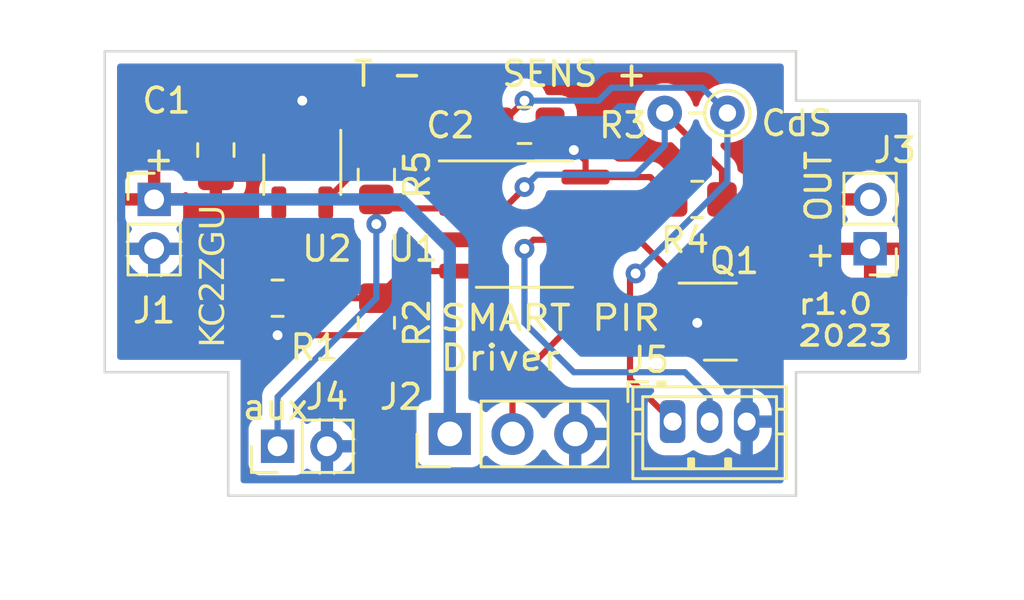
<source format=kicad_pcb>
(kicad_pcb (version 20221018) (generator pcbnew)
  (layers (0 "F.Cu" signal) (31 "B.Cu" signal) (34 "B.Paste" user) (35 "F.Paste" user) (36 "B.SilkS" user "B.Silkscreen") (37 "F.SilkS" user "F.Silkscreen") (38 "B.Mask" user) (39 "F.Mask" user) (44 "Edge.Cuts" user))
  (net 0 "")
  (net 1 "+BATT")
  (net 2 "GND")
  (net 3 "+3.3V")
  (net 4 "UPDI")
  (net 5 "PIR")
  (net 6 "Net-(J3-Pin_2)")
  (net 7 "DEBUG")
  (net 8 "Net-(Q1-G)")
  (net 9 "Net-(U1-PA1)")
  (net 10 "Net-(U1-PA7)")
  (footprint "Package_SO:SOIC-8_3.9x4.9mm_P1.27mm" (layer "F.Cu") (at 117 107)
    (fp_text reference "U1" (at -4.5 1) (layer "F.SilkS"))
    (fp_text value "ATtiny412-SS")
    (fp_line (start 0 -2.56) (end -3.45 -2.56) (stroke (width 0.12)) (layer "F.SilkS"))
    (fp_line (start 0 -2.56) (end 1.95 -2.56) (stroke (width 0.12)) (layer "F.SilkS"))
    (fp_line (start 0 2.56) (end -1.95 2.56) (stroke (width 0.12)) (layer "F.SilkS"))
    (fp_line (start 0 2.56) (end 1.95 2.56) (stroke (width 0.12)) (layer "F.SilkS"))
    (pad "1" smd roundrect (at -2.475 -1.905) (size 1.95 0.6) (layers "F.Cu" "F.Paste" "F.Mask") (net 3 "+3.3V"))
    (pad "2" smd roundrect (at -2.475 -0.635) (size 1.95 0.6) (layers "F.Cu" "F.Paste" "F.Mask") (net 7 "DEBUG"))
    (pad "3" smd roundrect (at -2.475 0.635) (size 1.95 0.6) (layers "F.Cu" "F.Paste" "F.Mask") (net 10 "Net-(U1-PA7)"))
    (pad "4" smd roundrect (at -2.475 1.905) (size 1.95 0.6) (layers "F.Cu" "F.Paste" "F.Mask") (net 9 "Net-(U1-PA1)"))
    (pad "5" smd roundrect (at 2.475 1.905) (size 1.95 0.6) (layers "F.Cu" "F.Paste" "F.Mask") (net 5 "PIR"))
    (pad "6" smd roundrect (at 2.475 0.635) (size 1.95 0.6) (layers "F.Cu" "F.Paste" "F.Mask") (net 4 "UPDI"))
    (pad "7" smd roundrect (at 2.475 -0.635) (size 1.95 0.6) (layers "F.Cu" "F.Paste" "F.Mask") (net 8 "Net-(Q1-G)"))
    (pad "8" smd roundrect (at 2.475 -1.905) (size 1.95 0.6) (layers "F.Cu" "F.Paste" "F.Mask") (net 2 "GND"))
  )
  (footprint "Connector_PinHeader_2.00mm:PinHeader_1x02_P2.00mm_Vertical" (layer "F.Cu") (at 102 106)
    (fp_text reference "J1" (at 0 4.5) (layer "F.SilkS"))
    (fp_text value "Conn_01x02_Pin")
    (fp_line (start -1.06 -1.06) (end 0 -1.06) (stroke (width 0.12)) (layer "F.SilkS"))
    (fp_line (start -1.06 0) (end -1.06 -1.06) (stroke (width 0.12)) (layer "F.SilkS"))
    (fp_line (start -1.06 1) (end -1.06 3.06) (stroke (width 0.12)) (layer "F.SilkS"))
    (fp_line (start -1.06 1) (end 1.06 1) (stroke (width 0.12)) (layer "F.SilkS"))
    (fp_line (start -1.06 3.06) (end 1.06 3.06) (stroke (width 0.12)) (layer "F.SilkS"))
    (fp_line (start 1.06 1) (end 1.06 3.06) (stroke (width 0.12)) (layer "F.SilkS"))
    (pad "1" thru_hole rect (at 0 0) (size 1.35 1.35) (drill 0.8) (layers "*.Cu" "*.Mask") (net 1 "+BATT"))
    (pad "2" thru_hole oval (at 0 2) (size 1.35 1.35) (drill 0.8) (layers "*.Cu" "*.Mask") (net 2 "GND"))
  )
  (footprint "Package_TO_SOT_SMD:TSOT-23-5" (layer "F.Cu") (at 108 105 -90)
    (fp_text reference "U2" (at 3 -1 -180) (layer "F.SilkS"))
    (fp_text value "ADP7142AUJZ-3.3")
    (fp_line (start 0 -1.56) (end -1.8 -1.56) (stroke (width 0.12)) (layer "F.SilkS"))
    (fp_line (start 0 -1.56) (end 0.8 -1.56) (stroke (width 0.12)) (layer "F.SilkS"))
    (fp_line (start 0 1.56) (end -0.8 1.56) (stroke (width 0.12)) (layer "F.SilkS"))
    (fp_line (start 0 1.56) (end 0.8 1.56) (stroke (width 0.12)) (layer "F.SilkS"))
    (pad "1" smd roundrect (at -1.1375 -0.95 270) (size 1.325 0.6) (layers "F.Cu" "F.Paste" "F.Mask") (net 1 "+BATT"))
    (pad "2" smd roundrect (at -1.1375 0 270) (size 1.325 0.6) (layers "F.Cu" "F.Paste" "F.Mask") (net 2 "GND"))
    (pad "3" smd roundrect (at -1.1375 0.95 270) (size 1.325 0.6) (layers "F.Cu" "F.Paste" "F.Mask") (net 1 "+BATT"))
    (pad "4" smd roundrect (at 1.1375 0.95 270) (size 1.325 0.6) (layers "F.Cu" "F.Paste" "F.Mask"))
    (pad "5" smd roundrect (at 1.1375 -0.95 270) (size 1.325 0.6) (layers "F.Cu" "F.Paste" "F.Mask") (net 3 "+3.3V"))
  )
  (footprint "Resistor_SMD:R_0805_2012Metric_Pad1.20x1.40mm_HandSolder" (layer "F.Cu") (at 111 111 -90)
    (fp_text reference "R2" (at 0 -1.65 90) (layer "F.SilkS"))
    (fp_text value "R_US")
    (fp_line (start -0.227064 -0.735) (end 0.227064 -0.735) (stroke (width 0.12)) (layer "F.SilkS"))
    (fp_line (start -0.227064 0.735) (end 0.227064 0.735) (stroke (width 0.12)) (layer "F.SilkS"))
    (pad "1" smd roundrect (at -1 0 270) (size 1.2 1.4) (layers "F.Cu" "F.Paste" "F.Mask") (roundrect_rratio 0.2083333333) (net 9 "Net-(U1-PA1)"))
    (pad "2" smd roundrect (at 1 0 270) (size 1.2 1.4) (layers "F.Cu" "F.Paste" "F.Mask") (roundrect_rratio 0.2083333333) (net 2 "GND"))
  )
  (footprint "footprints:JST_ZH_B3B-ZR_1x03_P1.50mm_Vertical" (layer "F.Cu") (at 123 115)
    (fp_text reference "J5" (at -1 -2.5) (layer "F.SilkS"))
    (fp_text value "Conn_01x03_Pin")
    (fp_line (start -1.81 -1.61) (end -1.81 -0.81) (stroke (width 0.12)) (layer "F.SilkS"))
    (fp_line (start -1.61 -1.41) (end -1.61 2.31) (stroke (width 0.12)) (layer "F.SilkS"))
    (fp_line (start -1.61 -0.5) (end -1.21 -0.5) (stroke (width 0.12)) (layer "F.SilkS"))
    (fp_line (start -1.61 0.5) (end -1.21 0.5) (stroke (width 0.12)) (layer "F.SilkS"))
    (fp_line (start -1.61 2.31) (end 4.61 2.31) (stroke (width 0.12)) (layer "F.SilkS"))
    (fp_line (start -1.21 -1.01) (end -1.21 1.91) (stroke (width 0.12)) (layer "F.SilkS"))
    (fp_line (start -1.21 1.91) (end 4.21 1.91) (stroke (width 0.12)) (layer "F.SilkS"))
    (fp_line (start -1.01 -1.61) (end -1.81 -1.61) (stroke (width 0.12)) (layer "F.SilkS"))
    (fp_line (start -0.6 -1.61) (end -0.6 -1.41) (stroke (width 0.12)) (layer "F.SilkS"))
    (fp_line (start -0.3 -1.61) (end -0.6 -1.61) (stroke (width 0.12)) (layer "F.SilkS"))
    (fp_line (start -0.3 -1.51) (end -0.6 -1.51) (stroke (width 0.12)) (layer "F.SilkS"))
    (fp_line (start -0.3 -1.41) (end -0.3 -1.61) (stroke (width 0.12)) (layer "F.SilkS"))
    (fp_line (start 0.65 1.51) (end 0.85 1.51) (stroke (width 0.12)) (layer "F.SilkS"))
    (fp_line (start 0.65 1.91) (end 0.65 1.51) (stroke (width 0.12)) (layer "F.SilkS"))
    (fp_line (start 0.75 1.91) (end 0.75 1.51) (stroke (width 0.12)) (layer "F.SilkS"))
    (fp_line (start 0.85 1.51) (end 0.85 1.91) (stroke (width 0.12)) (layer "F.SilkS"))
    (fp_line (start 2.15 1.51) (end 2.35 1.51) (stroke (width 0.12)) (layer "F.SilkS"))
    (fp_line (start 2.15 1.91) (end 2.15 1.51) (stroke (width 0.12)) (layer "F.SilkS"))
    (fp_line (start 2.25 1.91) (end 2.25 1.51) (stroke (width 0.12)) (layer "F.SilkS"))
    (fp_line (start 2.35 1.51) (end 2.35 1.91) (stroke (width 0.12)) (layer "F.SilkS"))
    (fp_line (start 4.21 -1.01) (end -1.21 -1.01) (stroke (width 0.12)) (layer "F.SilkS"))
    (fp_line (start 4.21 1.91) (end 4.21 -1.01) (stroke (width 0.12)) (layer "F.SilkS"))
    (fp_line (start 4.61 -1.41) (end -1.61 -1.41) (stroke (width 0.12)) (layer "F.SilkS"))
    (fp_line (start 4.61 -0.5) (end 4.21 -0.5) (stroke (width 0.12)) (layer "F.SilkS"))
    (fp_line (start 4.61 0.5) (end 4.21 0.5) (stroke (width 0.12)) (layer "F.SilkS"))
    (fp_line (start 4.61 2.31) (end 4.61 -1.41) (stroke (width 0.12)) (layer "F.SilkS"))
    (pad "1" thru_hole roundrect (at 0 0) (size 1.03 1.73) (drill 0.73) (layers "*.Cu" "*.Mask") (roundrect_rratio 0.2427184466) (net 3 "+3.3V"))
    (pad "2" thru_hole oval (at 1.5 0) (size 1.03 1.73) (drill 0.73) (layers "*.Cu" "*.Mask") (net 4 "UPDI"))
    (pad "3" thru_hole oval (at 3 0) (size 1.03 1.73) (drill 0.73) (layers "*.Cu" "*.Mask") (net 2 "GND"))
  )
  (footprint "Resistor_SMD:R_0805_2012Metric_Pad1.20x1.40mm_HandSolder" (layer "F.Cu") (at 107 110)
    (fp_text reference "R1" (at 1.5 2) (layer "F.SilkS"))
    (fp_text value "R_US")
    (fp_line (start -0.227064 -0.735) (end 0.227064 -0.735) (stroke (width 0.12)) (layer "F.SilkS"))
    (fp_line (start -0.227064 0.735) (end 0.227064 0.735) (stroke (width 0.12)) (layer "F.SilkS"))
    (pad "1" smd roundrect (at -1 0) (size 1.2 1.4) (layers "F.Cu" "F.Paste" "F.Mask") (roundrect_rratio 0.2083333333) (net 1 "+BATT"))
    (pad "2" smd roundrect (at 1 0) (size 1.2 1.4) (layers "F.Cu" "F.Paste" "F.Mask") (roundrect_rratio 0.2083333333) (net 9 "Net-(U1-PA1)"))
  )
  (footprint "Package_TO_SOT_SMD:SOT-23" (layer "F.Cu") (at 124.9375 110.95)
    (fp_text reference "Q1" (at 0.5625 -2.45) (layer "F.SilkS"))
    (fp_text value "AO3400A")
    (fp_line (start 0 -1.56) (end -1.675 -1.56) (stroke (width 0.12)) (layer "F.SilkS"))
    (fp_line (start 0 -1.56) (end 0.65 -1.56) (stroke (width 0.12)) (layer "F.SilkS"))
    (fp_line (start 0 1.56) (end -0.65 1.56) (stroke (width 0.12)) (layer "F.SilkS"))
    (fp_line (start 0 1.56) (end 0.65 1.56) (stroke (width 0.12)) (layer "F.SilkS"))
    (pad "1" smd roundrect (at -0.9375 -0.95) (size 1.475 0.6) (layers "F.Cu" "F.Paste" "F.Mask") (net 8 "Net-(Q1-G)"))
    (pad "2" smd roundrect (at -0.9375 0.95) (size 1.475 0.6) (layers "F.Cu" "F.Paste" "F.Mask") (net 2 "GND"))
    (pad "3" smd roundrect (at 0.9375 0) (size 1.475 0.6) (layers "F.Cu" "F.Paste" "F.Mask") (net 6 "Net-(J3-Pin_2)"))
  )
  (footprint "Connector_PinHeader_2.00mm:PinHeader_1x02_P2.00mm_Vertical" (layer "F.Cu") (at 107 116 90)
    (fp_text reference "J4" (at 2 2 180) (layer "F.SilkS"))
    (fp_text value "Conn_01x02_Pin")
    (fp_line (start -1.06 -1.06) (end 0 -1.06) (stroke (width 0.12)) (layer "F.SilkS"))
    (fp_line (start -1.06 0) (end -1.06 -1.06) (stroke (width 0.12)) (layer "F.SilkS"))
    (fp_line (start -1.06 1) (end -1.06 3.06) (stroke (width 0.12)) (layer "F.SilkS"))
    (fp_line (start -1.06 1) (end 1.06 1) (stroke (width 0.12)) (layer "F.SilkS"))
    (fp_line (start -1.06 3.06) (end 1.06 3.06) (stroke (width 0.12)) (layer "F.SilkS"))
    (fp_line (start 1.06 1) (end 1.06 3.06) (stroke (width 0.12)) (layer "F.SilkS"))
    (pad "1" thru_hole rect (at 0 0 90) (size 1.35 1.35) (drill 0.8) (layers "*.Cu" "*.Mask") (net 7 "DEBUG"))
    (pad "2" thru_hole oval (at 0 2 90) (size 1.35 1.35) (drill 0.8) (layers "*.Cu" "*.Mask") (net 2 "GND"))
  )
  (footprint "Connector_PinHeader_2.00mm:PinHeader_1x02_P2.00mm_Vertical" (layer "F.Cu") (at 131 108 180)
    (fp_text reference "J3" (at -1 4) (layer "F.SilkS"))
    (fp_text value "Conn_01x02_Pin")
    (fp_line (start -1.06 -1.06) (end 0 -1.06) (stroke (width 0.12)) (layer "F.SilkS"))
    (fp_line (start -1.06 0) (end -1.06 -1.06) (stroke (width 0.12)) (layer "F.SilkS"))
    (fp_line (start -1.06 1) (end -1.06 3.06) (stroke (width 0.12)) (layer "F.SilkS"))
    (fp_line (start -1.06 1) (end 1.06 1) (stroke (width 0.12)) (layer "F.SilkS"))
    (fp_line (start -1.06 3.06) (end 1.06 3.06) (stroke (width 0.12)) (layer "F.SilkS"))
    (fp_line (start 1.06 1) (end 1.06 3.06) (stroke (width 0.12)) (layer "F.SilkS"))
    (pad "1" thru_hole rect (at 0 0 180) (size 1.35 1.35) (drill 0.8) (layers "*.Cu" "*.Mask") (net 1 "+BATT"))
    (pad "2" thru_hole oval (at 0 2 180) (size 1.35 1.35) (drill 0.8) (layers "*.Cu" "*.Mask") (net 6 "Net-(J3-Pin_2)"))
  )
  (footprint "Resistor_SMD:R_0805_2012Metric_Pad1.20x1.40mm_HandSolder" (layer "F.Cu") (at 111 105 -90)
    (fp_text reference "R5" (at 0 -1.65 90) (layer "F.SilkS"))
    (fp_text value "R_US")
    (fp_line (start -0.227064 -0.735) (end 0.227064 -0.735) (stroke (width 0.12)) (layer "F.SilkS"))
    (fp_line (start -0.227064 0.735) (end 0.227064 0.735) (stroke (width 0.12)) (layer "F.SilkS"))
    (pad "1" smd roundrect (at -1 0 270) (size 1.2 1.4) (layers "F.Cu" "F.Paste" "F.Mask") (roundrect_rratio 0.2083333333) (net 3 "+3.3V"))
    (pad "2" smd roundrect (at 1 0 270) (size 1.2 1.4) (layers "F.Cu" "F.Paste" "F.Mask") (roundrect_rratio 0.2083333333) (net 7 "DEBUG"))
  )
  (footprint "Capacitor_SMD:C_0805_2012Metric_Pad1.18x1.45mm_HandSolder" (layer "F.Cu") (at 104.5 104 90)
    (fp_text reference "C1" (at 2 -2 180) (layer "F.SilkS"))
    (fp_text value "C")
    (fp_line (start -0.261252 -0.735) (end 0.261252 -0.735) (stroke (width 0.12)) (layer "F.SilkS"))
    (fp_line (start -0.261252 0.735) (end 0.261252 0.735) (stroke (width 0.12)) (layer "F.SilkS"))
    (pad "1" smd roundrect (at -1.0375 0 90) (size 1.175 1.45) (layers "F.Cu" "F.Paste" "F.Mask") (roundrect_rratio 0.2127659574) (net 1 "+BATT"))
    (pad "2" smd roundrect (at 1.0375 0 90) (size 1.175 1.45) (layers "F.Cu" "F.Paste" "F.Mask") (roundrect_rratio 0.2127659574) (net 2 "GND"))
  )
  (footprint "Resistor_THT:R_Axial_DIN0204_L3.6mm_D1.6mm_P2.54mm_Vertical" (layer "F.Cu") (at 125.22 102.5 180)
    (fp_text reference "R3" (at 4.22 -0.5) (layer "F.SilkS"))
    (fp_text value "R_Photo")
    (fp_line (start 0.92 0) (end 1.54 0) (stroke (width 0.12)) (layer "F.SilkS"))
    (fp_circle (center 0 0) (end 0.92 0) (stroke (width 0.12)) (fill none) (layer "F.SilkS"))
    (pad "1" thru_hole circle (at 0 0 180) (size 1.4 1.4) (drill 0.7) (layers "*.Cu" "*.Mask") (net 3 "+3.3V"))
    (pad "2" thru_hole oval (at 2.54 0 180) (size 1.4 1.4) (drill 0.7) (layers "*.Cu" "*.Mask") (net 10 "Net-(U1-PA7)"))
  )
  (footprint "Resistor_SMD:R_0805_2012Metric_Pad1.20x1.40mm_HandSolder" (layer "F.Cu") (at 124 106 180)
    (fp_text reference "R4" (at 0.5 -1.65) (layer "F.SilkS"))
    (fp_text value "R_US")
    (fp_line (start -0.227064 -0.735) (end 0.227064 -0.735) (stroke (width 0.12)) (layer "F.SilkS"))
    (fp_line (start -0.227064 0.735) (end 0.227064 0.735) (stroke (width 0.12)) (layer "F.SilkS"))
    (pad "1" smd roundrect (at -1 0 180) (size 1.2 1.4) (layers "F.Cu" "F.Paste" "F.Mask") (roundrect_rratio 0.2083333333) (net 10 "Net-(U1-PA7)"))
    (pad "2" smd roundrect (at 1 0 180) (size 1.2 1.4) (layers "F.Cu" "F.Paste" "F.Mask") (roundrect_rratio 0.2083333333) (net 2 "GND"))
  )
  (footprint "Capacitor_SMD:C_0805_2012Metric_Pad1.18x1.45mm_HandSolder" (layer "F.Cu") (at 117 103)
    (fp_text reference "C2" (at -3 0) (layer "F.SilkS"))
    (fp_text value "C")
    (fp_line (start -0.261252 -0.735) (end 0.261252 -0.735) (stroke (width 0.12)) (layer "F.SilkS"))
    (fp_line (start -0.261252 0.735) (end 0.261252 0.735) (stroke (width 0.12)) (layer "F.SilkS"))
    (pad "1" smd roundrect (at -1.0375 0) (size 1.175 1.45) (layers "F.Cu" "F.Paste" "F.Mask") (roundrect_rratio 0.2127659574) (net 3 "+3.3V"))
    (pad "2" smd roundrect (at 1.0375 0) (size 1.175 1.45) (layers "F.Cu" "F.Paste" "F.Mask") (roundrect_rratio 0.2127659574) (net 2 "GND"))
  )
  (footprint "Connector_PinHeader_2.54mm:PinHeader_1x03_P2.54mm_Vertical" (layer "F.Cu") (at 113.975 115.5 90)
    (fp_text reference "J2" (at 1.5 -1.975 180) (layer "F.SilkS"))
    (fp_text value "Conn_01x03_Pin")
    (fp_line (start -1.33 -1.33) (end 0 -1.33) (stroke (width 0.12)) (layer "F.SilkS"))
    (fp_line (start -1.33 0) (end -1.33 -1.33) (stroke (width 0.12)) (layer "F.SilkS"))
    (fp_line (start -1.33 1.27) (end -1.33 6.41) (stroke (width 0.12)) (layer "F.SilkS"))
    (fp_line (start -1.33 1.27) (end 1.33 1.27) (stroke (width 0.12)) (layer "F.SilkS"))
    (fp_line (start -1.33 6.41) (end 1.33 6.41) (stroke (width 0.12)) (layer "F.SilkS"))
    (fp_line (start 1.33 1.27) (end 1.33 6.41) (stroke (width 0.12)) (layer "F.SilkS"))
    (pad "1" thru_hole rect (at 0 0 90) (size 1.7 1.7) (drill 1) (layers "*.Cu" "*.Mask") (net 1 "+BATT"))
    (pad "2" thru_hole oval (at 0 2.54 90) (size 1.7 1.7) (drill 1) (layers "*.Cu" "*.Mask") (net 5 "PIR"))
    (pad "3" thru_hole oval (at 0 5.08 90) (size 1.7 1.7) (drill 1) (layers "*.Cu" "*.Mask") (net 2 "GND"))
  )
  (gr_line (start 128 113) (end 128 118) (stroke (width 0.1)) (layer "Edge.Cuts"))
  (gr_line (start 100 113) (end 100 100) (stroke (width 0.1)) (layer "Edge.Cuts"))
  (gr_line (start 133 102) (end 133 113) (stroke (width 0.1)) (layer "Edge.Cuts"))
  (gr_line (start 128 102) (end 128 100) (stroke (width 0.1)) (layer "Edge.Cuts"))
  (gr_line (start 128 118) (end 105 118) (stroke (width 0.1)) (layer "Edge.Cuts"))
  (gr_line (start 133 102) (end 128 102) (stroke (width 0.1)) (layer "Edge.Cuts"))
  (gr_line (start 100 100) (end 128 100) (stroke (width 0.1)) (layer "Edge.Cuts"))
  (gr_line (start 105 118) (end 105 113) (stroke (width 0.1)) (layer "Edge.Cuts"))
  (gr_line (start 105 113) (end 100 113) (stroke (width 0.1)) (layer "Edge.Cuts"))
  (gr_line (start 133 113) (end 128 113) (stroke (width 0.1)) (layer "Edge.Cuts"))
  (gr_text "SMART PIR\nDriver" (at 113.5 113) (layer "F.SilkS") (effects (font (size 1 1.12)) (justify left bottom)))
  (gr_text "aux" (at 105.5 115) (layer "F.SilkS") (effects (font (size 1 1)) (justify left bottom)))
  (gr_text "r1.0\n2023" (at 128 112) (layer "F.SilkS") (effects (font (size 0.8 1)) (justify left bottom)))
  (gr_text "KC2ZGU" (at 105 112 90) (layer "F.SilkS") (effects (font (size 1 1)) (justify left bottom)))
  (gr_text "+" (at 101.47 104.94) (layer "F.SilkS") (effects (font (size 1 1)) (justify left bottom)))
  (gr_text "T -" (at 110 101.5) (layer "F.SilkS") (effects (font (size 1 1)) (justify left bottom)))
  (gr_text "SENS +" (at 116 101.5) (layer "F.SilkS") (effects (font (size 1 1)) (justify left bottom)))
  (gr_text "CdS" (at 126.5 103.5) (layer "F.SilkS") (effects (font (size 1 1)) (justify left bottom)))
  (gr_text "+ OUT" (at 129.5 109 90) (layer "F.SilkS") (effects (font (size 1 1)) (justify left bottom)))
  (segment (start 108.95 103.8625) (end 108.95 104.246751) (width 0.25) (layer "F.Cu") (net 1))
  (segment (start 106 108) (end 106 110) (width 0.25) (layer "F.Cu") (net 1))
  (segment (start 106 108) (end 106 107) (width 0.25) (layer "F.Cu") (net 1))
  (segment (start 107.05 104.246751) (end 107.05 103.8625) (width 0.25) (layer "F.Cu") (net 1))
  (segment (start 113.975 107.975) (end 114 108) (width 0.25) (layer "B.Cu") (net 1))
  (segment (start 102 106) (end 112 106) (width 0.5) (layer "B.Cu") (net 1))
  (segment (start 113.975 107.975) (end 113.975 115.5) (width 0.5) (layer "B.Cu") (net 1))
  (segment (start 112 106) (end 113.975 107.975) (width 0.5) (layer "B.Cu") (net 1))
  (segment (start 122.095 105.095) (end 123 106) (width 0.25) (layer "F.Cu") (net 2))
  (segment (start 110.5 111.5) (end 107 111.5) (width 0.25) (layer "F.Cu") (net 2))
  (segment (start 118.0375 103) (end 119 103.9625) (width 0.25) (layer "F.Cu") (net 2))
  (segment (start 119 103.9625) (end 119 104) (width 0.25) (layer "F.Cu") (net 2))
  (segment (start 105 102.9625) (end 105.0375 102.9625) (width 0.25) (layer "F.Cu") (net 2))
  (segment (start 105.0375 102.9625) (end 106 102) (width 0.25) (layer "F.Cu") (net 2))
  (segment (start 124 111) (end 124 111.9) (width 0.5) (layer "F.Cu") (net 2))
  (segment (start 111 112) (end 110.5 111.5) (width 0.25) (layer "F.Cu") (net 2))
  (segment (start 119.475 104.4375) (end 119.475 105.095) (width 0.25) (layer "F.Cu") (net 2))
  (segment (start 119.475 105.095) (end 119.595 104.975) (width 0.25) (layer "F.Cu") (net 2))
  (segment (start 108 103.8625) (end 108 102) (width 0.25) (layer "F.Cu") (net 2))
  (segment (start 106 102) (end 108 102) (width 0.25) (layer "F.Cu") (net 2))
  (segment (start 119.475 105.095) (end 122.095 105.095) (width 0.25) (layer "F.Cu") (net 2))
  (segment (start 119.0375 104) (end 119.475 104.4375) (width 0.25) (layer "F.Cu") (net 2))
  (segment (start 119 104) (end 119.0375 104) (width 0.25) (layer "F.Cu") (net 2))
  (via (at 124 111) (size 0.8) (drill 0.4) (layers "F.Cu" "B.Cu") (net 2))
  (via (at 108 102) (size 0.8) (drill 0.4) (layers "F.Cu" "B.Cu") (net 2))
  (via (at 119 104) (size 0.8) (drill 0.4) (layers "F.Cu" "B.Cu") (net 2))
  (via (at 107 111.5) (size 0.8) (drill 0.4) (layers "F.Cu" "B.Cu") (net 2))
  (segment (start 111 104) (end 113.43 104) (width 0.25) (layer "F.Cu") (net 3))
  (segment (start 114.525 104.4375) (end 115.9625 103) (width 0.25) (layer "F.Cu") (net 3))
  (segment (start 121.275 109.225) (end 121.275 113.275) (width 0.25) (layer "F.Cu") (net 3))
  (segment (start 114.525 105.095) (end 114.525 104.4375) (width 0.25) (layer "F.Cu") (net 3))
  (segment (start 108.95 106.1375) (end 108.95 106.05) (width 0.25) (layer "F.Cu") (net 3))
  (segment (start 115.9625 103) (end 116 103) (width 0.25) (layer "F.Cu") (net 3))
  (segment (start 121.5 109) (end 121.275 109.225) (width 0.25) (layer "F.Cu") (net 3))
  (segment (start 116 103) (end 117 102) (width 0.25) (layer "F.Cu") (net 3))
  (segment (start 108.95 106.05) (end 111 104) (width 0.25) (layer "F.Cu") (net 3))
  (segment (start 121.275 113.275) (end 123 115) (width 0.25) (layer "F.Cu") (net 3))
  (segment (start 113.43 104) (end 114.525 105.095) (width 0.25) (layer "F.Cu") (net 3))
  (via (at 121.5 109) (size 0.8) (drill 0.4) (layers "F.Cu" "B.Cu") (net 3))
  (via (at 117 102) (size 0.8) (drill 0.4) (layers "F.Cu" "B.Cu") (net 3))
  (segment (start 125.22 105.28) (end 121.5 109) (width 0.25) (layer "B.Cu") (net 3))
  (segment (start 124.195 101.475) (end 125.22 102.5) (width 0.25) (layer "B.Cu") (net 3))
  (segment (start 120 102) (end 120.525 101.475) (width 0.25) (layer "B.Cu") (net 3))
  (segment (start 125.22 102.5) (end 125.22 105.28) (width 0.25) (layer "B.Cu") (net 3))
  (segment (start 117 102) (end 120 102) (width 0.25) (layer "B.Cu") (net 3))
  (segment (start 120.525 101.475) (end 124.195 101.475) (width 0.25) (layer "B.Cu") (net 3))
  (segment (start 117.365 107.635) (end 117 108) (width 0.25) (layer "F.Cu") (net 4))
  (segment (start 119.475 107.635) (end 118.365 107.635) (width 0.25) (layer "F.Cu") (net 4))
  (segment (start 118.365 107.635) (end 117.365 107.635) (width 0.25) (layer "F.Cu") (net 4))
  (via (at 117 108) (size 0.8) (drill 0.4) (layers "F.Cu" "B.Cu") (net 4))
  (segment (start 123.5 113) (end 124.5 114) (width 0.25) (layer "B.Cu") (net 4))
  (segment (start 124.5 114) (end 124.5 115) (width 0.25) (layer "B.Cu") (net 4))
  (segment (start 119 113) (end 123.5 113) (width 0.25) (layer "B.Cu") (net 4))
  (segment (start 117 108) (end 117 111) (width 0.25) (layer "B.Cu") (net 4))
  (segment (start 117 111) (end 119 113) (width 0.25) (layer "B.Cu") (net 4))
  (segment (start 116.515 113.485) (end 119.475 110.525) (width 0.25) (layer "F.Cu") (net 5))
  (segment (start 119.475 110.525) (end 119.475 108.905) (width 0.25) (layer "F.Cu") (net 5))
  (segment (start 116.515 115.5) (end 116.515 113.485) (width 0.25) (layer "F.Cu") (net 5))
  (segment (start 131 106) (end 128 106) (width 0.5) (layer "F.Cu") (net 6))
  (segment (start 128 106) (end 125.875 108.125) (width 0.5) (layer "F.Cu") (net 6))
  (segment (start 125.875 108.125) (end 125.875 110.95) (width 0.5) (layer "F.Cu") (net 6))
  (segment (start 114.525 106.365) (end 111.365 106.365) (width 0.25) (layer "F.Cu") (net 7))
  (segment (start 111 106) (end 111 107) (width 0.25) (layer "F.Cu") (net 7))
  (segment (start 111.365 106.365) (end 111 106) (width 0.25) (layer "F.Cu") (net 7))
  (via (at 111 107) (size 0.8) (drill 0.4) (layers "F.Cu" "B.Cu") (net 7))
  (segment (start 111 110) (end 107 114) (width 0.25) (layer "B.Cu") (net 7))
  (segment (start 107 114) (end 107 116) (width 0.25) (layer "B.Cu") (net 7))
  (segment (start 111 107) (end 111 110) (width 0.25) (layer "B.Cu") (net 7))
  (segment (start 119.475 106.365) (end 120.365 106.365) (width 0.25) (layer "F.Cu") (net 8))
  (segment (start 120.365 106.365) (end 124 110) (width 0.25) (layer "F.Cu") (net 8))
  (segment (start 112.095 108.905) (end 114.525 108.905) (width 0.25) (layer "F.Cu") (net 9))
  (segment (start 111 110) (end 112.095 108.905) (width 0.25) (layer "F.Cu") (net 9))
  (segment (start 108 110) (end 111 110) (width 0.25) (layer "F.Cu") (net 9))
  (segment (start 125 106) (end 125 104.82) (width 0.25) (layer "F.Cu") (net 10))
  (segment (start 114.901751 107.635) (end 114.525 107.635) (width 0.25) (layer "F.Cu") (net 10))
  (segment (start 125 104.82) (end 122.68 102.5) (width 0.25) (layer "F.Cu") (net 10))
  (segment (start 117 105.5) (end 117 105.536751) (width 0.25) (layer "F.Cu") (net 10))
  (segment (start 117 105.536751) (end 114.901751 107.635) (width 0.25) (layer "F.Cu") (net 10))
  (via (at 117 105.5) (size 0.8) (drill 0.4) (layers "F.Cu" "B.Cu") (net 10))
  (segment (start 122.68 103.82) (end 122.68 102.5) (width 0.25) (layer "B.Cu") (net 10))
  (segment (start 121.5 105) (end 122.68 103.82) (width 0.25) (layer "B.Cu") (net 10))
  (segment (start 117.5 105) (end 121.5 105) (width 0.25) (layer "B.Cu") (net 10))
  (segment (start 117 105.5) (end 117.5 105) (width 0.25) (layer "B.Cu") (net 10))
  (zone (net 1) (net_name "+BATT") (layer "F.Cu") (priority 1) (connect_pads (clearance 0.5)) (min_thickness 0.25) (fill yes (thermal_gap 0.5) (thermal_bridge_width 0.5))
    (polygon (pts (xy 100.5 100.5) (xy 127.5 100.5) (xy 127.5 102.5) (xy 132.5 102.5) (xy 132.5 110) (xy 127.5 110) (xy 127.5 107) (xy 100.5 107)))
  )
  (zone (net 2) (net_name "GND") (layer "B.Cu") (connect_pads (clearance 0.5)) (min_thickness 0.25) (fill yes (thermal_gap 0.5) (thermal_bridge_width 0.5))
    (polygon (pts (xy 100.5 100.5) (xy 127.5 100.5) (xy 127.5 102.5) (xy 132.5 102.5) (xy 132.5 112.5) (xy 127.5 112.5) (xy 127.5 117.5) (xy 105.5 117.5) (xy 105.5 112.5) (xy 100.5 112.5)))
  )
)
</source>
